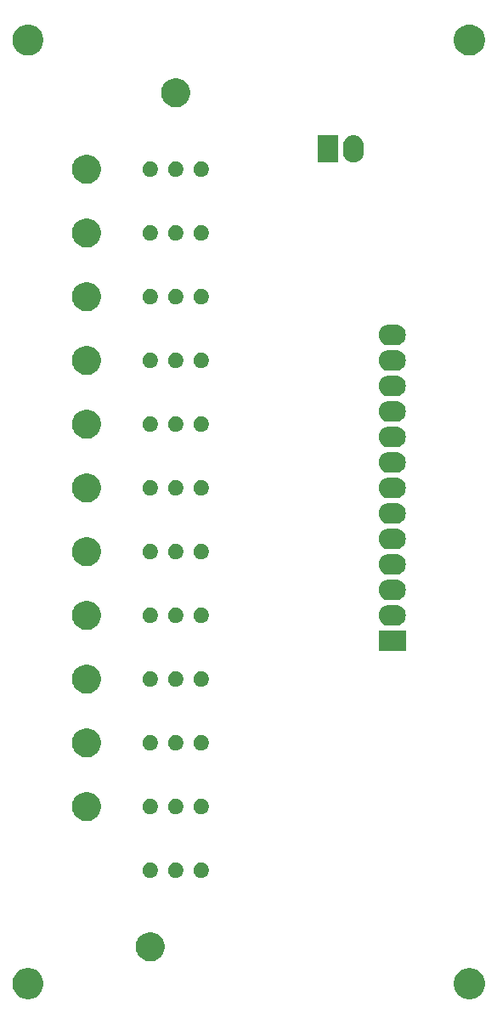
<source format=gbr>
%TF.GenerationSoftware,KiCad,Pcbnew,(5.0.0)*%
%TF.CreationDate,2019-02-02T21:25:33-06:00*%
%TF.ProjectId,BPSTester,4250535465737465722E6B696361645F,rev?*%
%TF.SameCoordinates,Original*%
%TF.FileFunction,Soldermask,Bot*%
%TF.FilePolarity,Negative*%
%FSLAX46Y46*%
G04 Gerber Fmt 4.6, Leading zero omitted, Abs format (unit mm)*
G04 Created by KiCad (PCBNEW (5.0.0)) date 02/02/19 21:25:33*
%MOMM*%
%LPD*%
G01*
G04 APERTURE LIST*
%ADD10C,0.100000*%
G04 APERTURE END LIST*
D10*
G36*
X147352527Y-145488736D02*
X147452410Y-145508604D01*
X147734674Y-145625521D01*
X147988705Y-145795259D01*
X148204741Y-146011295D01*
X148374479Y-146265326D01*
X148491396Y-146547590D01*
X148551000Y-146847240D01*
X148551000Y-147152760D01*
X148491396Y-147452410D01*
X148374479Y-147734674D01*
X148204741Y-147988705D01*
X147988705Y-148204741D01*
X147734674Y-148374479D01*
X147452410Y-148491396D01*
X147352527Y-148511264D01*
X147152762Y-148551000D01*
X146847238Y-148551000D01*
X146647473Y-148511264D01*
X146547590Y-148491396D01*
X146265326Y-148374479D01*
X146011295Y-148204741D01*
X145795259Y-147988705D01*
X145625521Y-147734674D01*
X145508604Y-147452410D01*
X145449000Y-147152760D01*
X145449000Y-146847240D01*
X145508604Y-146547590D01*
X145625521Y-146265326D01*
X145795259Y-146011295D01*
X146011295Y-145795259D01*
X146265326Y-145625521D01*
X146547590Y-145508604D01*
X146647473Y-145488736D01*
X146847238Y-145449000D01*
X147152762Y-145449000D01*
X147352527Y-145488736D01*
X147352527Y-145488736D01*
G37*
G36*
X103352527Y-145488736D02*
X103452410Y-145508604D01*
X103734674Y-145625521D01*
X103988705Y-145795259D01*
X104204741Y-146011295D01*
X104374479Y-146265326D01*
X104491396Y-146547590D01*
X104551000Y-146847240D01*
X104551000Y-147152760D01*
X104491396Y-147452410D01*
X104374479Y-147734674D01*
X104204741Y-147988705D01*
X103988705Y-148204741D01*
X103734674Y-148374479D01*
X103452410Y-148491396D01*
X103352527Y-148511264D01*
X103152762Y-148551000D01*
X102847238Y-148551000D01*
X102647473Y-148511264D01*
X102547590Y-148491396D01*
X102265326Y-148374479D01*
X102011295Y-148204741D01*
X101795259Y-147988705D01*
X101625521Y-147734674D01*
X101508604Y-147452410D01*
X101449000Y-147152760D01*
X101449000Y-146847240D01*
X101508604Y-146547590D01*
X101625521Y-146265326D01*
X101795259Y-146011295D01*
X102011295Y-145795259D01*
X102265326Y-145625521D01*
X102547590Y-145508604D01*
X102647473Y-145488736D01*
X102847238Y-145449000D01*
X103152762Y-145449000D01*
X103352527Y-145488736D01*
X103352527Y-145488736D01*
G37*
G36*
X115603238Y-141934760D02*
X115603240Y-141934761D01*
X115603241Y-141934761D01*
X115867306Y-142044140D01*
X115867307Y-142044141D01*
X116104962Y-142202937D01*
X116307063Y-142405038D01*
X116307065Y-142405041D01*
X116465860Y-142642694D01*
X116575239Y-142906759D01*
X116631000Y-143187089D01*
X116631000Y-143472911D01*
X116575239Y-143753241D01*
X116465860Y-144017306D01*
X116465859Y-144017307D01*
X116307063Y-144254962D01*
X116104962Y-144457063D01*
X116104959Y-144457065D01*
X115867306Y-144615860D01*
X115603241Y-144725239D01*
X115603240Y-144725239D01*
X115603238Y-144725240D01*
X115322912Y-144781000D01*
X115037088Y-144781000D01*
X114756762Y-144725240D01*
X114756760Y-144725239D01*
X114756759Y-144725239D01*
X114492694Y-144615860D01*
X114255041Y-144457065D01*
X114255038Y-144457063D01*
X114052937Y-144254962D01*
X113894141Y-144017307D01*
X113894140Y-144017306D01*
X113784761Y-143753241D01*
X113729000Y-143472911D01*
X113729000Y-143187089D01*
X113784761Y-142906759D01*
X113894140Y-142642694D01*
X114052935Y-142405041D01*
X114052937Y-142405038D01*
X114255038Y-142202937D01*
X114492693Y-142044141D01*
X114492694Y-142044140D01*
X114756759Y-141934761D01*
X114756760Y-141934761D01*
X114756762Y-141934760D01*
X115037088Y-141879000D01*
X115322912Y-141879000D01*
X115603238Y-141934760D01*
X115603238Y-141934760D01*
G37*
G36*
X117845589Y-134948876D02*
X117944893Y-134968629D01*
X118085206Y-135026748D01*
X118211484Y-135111125D01*
X118318875Y-135218516D01*
X118403252Y-135344794D01*
X118461371Y-135485107D01*
X118491000Y-135634063D01*
X118491000Y-135785937D01*
X118461371Y-135934893D01*
X118403252Y-136075206D01*
X118318875Y-136201484D01*
X118211484Y-136308875D01*
X118085206Y-136393252D01*
X117944893Y-136451371D01*
X117845589Y-136471124D01*
X117795938Y-136481000D01*
X117644062Y-136481000D01*
X117594411Y-136471124D01*
X117495107Y-136451371D01*
X117354794Y-136393252D01*
X117228516Y-136308875D01*
X117121125Y-136201484D01*
X117036748Y-136075206D01*
X116978629Y-135934893D01*
X116949000Y-135785937D01*
X116949000Y-135634063D01*
X116978629Y-135485107D01*
X117036748Y-135344794D01*
X117121125Y-135218516D01*
X117228516Y-135111125D01*
X117354794Y-135026748D01*
X117495107Y-134968629D01*
X117594411Y-134948876D01*
X117644062Y-134939000D01*
X117795938Y-134939000D01*
X117845589Y-134948876D01*
X117845589Y-134948876D01*
G37*
G36*
X120385589Y-134948876D02*
X120484893Y-134968629D01*
X120625206Y-135026748D01*
X120751484Y-135111125D01*
X120858875Y-135218516D01*
X120943252Y-135344794D01*
X121001371Y-135485107D01*
X121031000Y-135634063D01*
X121031000Y-135785937D01*
X121001371Y-135934893D01*
X120943252Y-136075206D01*
X120858875Y-136201484D01*
X120751484Y-136308875D01*
X120625206Y-136393252D01*
X120484893Y-136451371D01*
X120385589Y-136471124D01*
X120335938Y-136481000D01*
X120184062Y-136481000D01*
X120134411Y-136471124D01*
X120035107Y-136451371D01*
X119894794Y-136393252D01*
X119768516Y-136308875D01*
X119661125Y-136201484D01*
X119576748Y-136075206D01*
X119518629Y-135934893D01*
X119489000Y-135785937D01*
X119489000Y-135634063D01*
X119518629Y-135485107D01*
X119576748Y-135344794D01*
X119661125Y-135218516D01*
X119768516Y-135111125D01*
X119894794Y-135026748D01*
X120035107Y-134968629D01*
X120134411Y-134948876D01*
X120184062Y-134939000D01*
X120335938Y-134939000D01*
X120385589Y-134948876D01*
X120385589Y-134948876D01*
G37*
G36*
X115305589Y-134948876D02*
X115404893Y-134968629D01*
X115545206Y-135026748D01*
X115671484Y-135111125D01*
X115778875Y-135218516D01*
X115863252Y-135344794D01*
X115921371Y-135485107D01*
X115951000Y-135634063D01*
X115951000Y-135785937D01*
X115921371Y-135934893D01*
X115863252Y-136075206D01*
X115778875Y-136201484D01*
X115671484Y-136308875D01*
X115545206Y-136393252D01*
X115404893Y-136451371D01*
X115305589Y-136471124D01*
X115255938Y-136481000D01*
X115104062Y-136481000D01*
X115054411Y-136471124D01*
X114955107Y-136451371D01*
X114814794Y-136393252D01*
X114688516Y-136308875D01*
X114581125Y-136201484D01*
X114496748Y-136075206D01*
X114438629Y-135934893D01*
X114409000Y-135785937D01*
X114409000Y-135634063D01*
X114438629Y-135485107D01*
X114496748Y-135344794D01*
X114581125Y-135218516D01*
X114688516Y-135111125D01*
X114814794Y-135026748D01*
X114955107Y-134968629D01*
X115054411Y-134948876D01*
X115104062Y-134939000D01*
X115255938Y-134939000D01*
X115305589Y-134948876D01*
X115305589Y-134948876D01*
G37*
G36*
X109253238Y-127964760D02*
X109253240Y-127964761D01*
X109253241Y-127964761D01*
X109517306Y-128074140D01*
X109517307Y-128074141D01*
X109754962Y-128232937D01*
X109957063Y-128435038D01*
X109957065Y-128435041D01*
X110115860Y-128672694D01*
X110225239Y-128936759D01*
X110281000Y-129217089D01*
X110281000Y-129502911D01*
X110225239Y-129783241D01*
X110115860Y-130047306D01*
X110115859Y-130047307D01*
X109957063Y-130284962D01*
X109754962Y-130487063D01*
X109754959Y-130487065D01*
X109517306Y-130645860D01*
X109253241Y-130755239D01*
X109253240Y-130755239D01*
X109253238Y-130755240D01*
X108972912Y-130811000D01*
X108687088Y-130811000D01*
X108406762Y-130755240D01*
X108406760Y-130755239D01*
X108406759Y-130755239D01*
X108142694Y-130645860D01*
X107905041Y-130487065D01*
X107905038Y-130487063D01*
X107702937Y-130284962D01*
X107544141Y-130047307D01*
X107544140Y-130047306D01*
X107434761Y-129783241D01*
X107379000Y-129502911D01*
X107379000Y-129217089D01*
X107434761Y-128936759D01*
X107544140Y-128672694D01*
X107702935Y-128435041D01*
X107702937Y-128435038D01*
X107905038Y-128232937D01*
X108142693Y-128074141D01*
X108142694Y-128074140D01*
X108406759Y-127964761D01*
X108406760Y-127964761D01*
X108406762Y-127964760D01*
X108687088Y-127909000D01*
X108972912Y-127909000D01*
X109253238Y-127964760D01*
X109253238Y-127964760D01*
G37*
G36*
X115305589Y-128598876D02*
X115404893Y-128618629D01*
X115545206Y-128676748D01*
X115671484Y-128761125D01*
X115778875Y-128868516D01*
X115863252Y-128994794D01*
X115921371Y-129135107D01*
X115951000Y-129284063D01*
X115951000Y-129435937D01*
X115921371Y-129584893D01*
X115863252Y-129725206D01*
X115778875Y-129851484D01*
X115671484Y-129958875D01*
X115545206Y-130043252D01*
X115404893Y-130101371D01*
X115305589Y-130121124D01*
X115255938Y-130131000D01*
X115104062Y-130131000D01*
X115054411Y-130121124D01*
X114955107Y-130101371D01*
X114814794Y-130043252D01*
X114688516Y-129958875D01*
X114581125Y-129851484D01*
X114496748Y-129725206D01*
X114438629Y-129584893D01*
X114409000Y-129435937D01*
X114409000Y-129284063D01*
X114438629Y-129135107D01*
X114496748Y-128994794D01*
X114581125Y-128868516D01*
X114688516Y-128761125D01*
X114814794Y-128676748D01*
X114955107Y-128618629D01*
X115054411Y-128598876D01*
X115104062Y-128589000D01*
X115255938Y-128589000D01*
X115305589Y-128598876D01*
X115305589Y-128598876D01*
G37*
G36*
X117845589Y-128598876D02*
X117944893Y-128618629D01*
X118085206Y-128676748D01*
X118211484Y-128761125D01*
X118318875Y-128868516D01*
X118403252Y-128994794D01*
X118461371Y-129135107D01*
X118491000Y-129284063D01*
X118491000Y-129435937D01*
X118461371Y-129584893D01*
X118403252Y-129725206D01*
X118318875Y-129851484D01*
X118211484Y-129958875D01*
X118085206Y-130043252D01*
X117944893Y-130101371D01*
X117845589Y-130121124D01*
X117795938Y-130131000D01*
X117644062Y-130131000D01*
X117594411Y-130121124D01*
X117495107Y-130101371D01*
X117354794Y-130043252D01*
X117228516Y-129958875D01*
X117121125Y-129851484D01*
X117036748Y-129725206D01*
X116978629Y-129584893D01*
X116949000Y-129435937D01*
X116949000Y-129284063D01*
X116978629Y-129135107D01*
X117036748Y-128994794D01*
X117121125Y-128868516D01*
X117228516Y-128761125D01*
X117354794Y-128676748D01*
X117495107Y-128618629D01*
X117594411Y-128598876D01*
X117644062Y-128589000D01*
X117795938Y-128589000D01*
X117845589Y-128598876D01*
X117845589Y-128598876D01*
G37*
G36*
X120385589Y-128598876D02*
X120484893Y-128618629D01*
X120625206Y-128676748D01*
X120751484Y-128761125D01*
X120858875Y-128868516D01*
X120943252Y-128994794D01*
X121001371Y-129135107D01*
X121031000Y-129284063D01*
X121031000Y-129435937D01*
X121001371Y-129584893D01*
X120943252Y-129725206D01*
X120858875Y-129851484D01*
X120751484Y-129958875D01*
X120625206Y-130043252D01*
X120484893Y-130101371D01*
X120385589Y-130121124D01*
X120335938Y-130131000D01*
X120184062Y-130131000D01*
X120134411Y-130121124D01*
X120035107Y-130101371D01*
X119894794Y-130043252D01*
X119768516Y-129958875D01*
X119661125Y-129851484D01*
X119576748Y-129725206D01*
X119518629Y-129584893D01*
X119489000Y-129435937D01*
X119489000Y-129284063D01*
X119518629Y-129135107D01*
X119576748Y-128994794D01*
X119661125Y-128868516D01*
X119768516Y-128761125D01*
X119894794Y-128676748D01*
X120035107Y-128618629D01*
X120134411Y-128598876D01*
X120184062Y-128589000D01*
X120335938Y-128589000D01*
X120385589Y-128598876D01*
X120385589Y-128598876D01*
G37*
G36*
X109253238Y-121614760D02*
X109253240Y-121614761D01*
X109253241Y-121614761D01*
X109517306Y-121724140D01*
X109517307Y-121724141D01*
X109754962Y-121882937D01*
X109957063Y-122085038D01*
X109957065Y-122085041D01*
X110115860Y-122322694D01*
X110225239Y-122586759D01*
X110281000Y-122867089D01*
X110281000Y-123152911D01*
X110225239Y-123433241D01*
X110115860Y-123697306D01*
X110115859Y-123697307D01*
X109957063Y-123934962D01*
X109754962Y-124137063D01*
X109754959Y-124137065D01*
X109517306Y-124295860D01*
X109253241Y-124405239D01*
X109253240Y-124405239D01*
X109253238Y-124405240D01*
X108972912Y-124461000D01*
X108687088Y-124461000D01*
X108406762Y-124405240D01*
X108406760Y-124405239D01*
X108406759Y-124405239D01*
X108142694Y-124295860D01*
X107905041Y-124137065D01*
X107905038Y-124137063D01*
X107702937Y-123934962D01*
X107544141Y-123697307D01*
X107544140Y-123697306D01*
X107434761Y-123433241D01*
X107379000Y-123152911D01*
X107379000Y-122867089D01*
X107434761Y-122586759D01*
X107544140Y-122322694D01*
X107702935Y-122085041D01*
X107702937Y-122085038D01*
X107905038Y-121882937D01*
X108142693Y-121724141D01*
X108142694Y-121724140D01*
X108406759Y-121614761D01*
X108406760Y-121614761D01*
X108406762Y-121614760D01*
X108687088Y-121559000D01*
X108972912Y-121559000D01*
X109253238Y-121614760D01*
X109253238Y-121614760D01*
G37*
G36*
X120385589Y-122248876D02*
X120484893Y-122268629D01*
X120625206Y-122326748D01*
X120751484Y-122411125D01*
X120858875Y-122518516D01*
X120943252Y-122644794D01*
X121001371Y-122785107D01*
X121031000Y-122934063D01*
X121031000Y-123085937D01*
X121001371Y-123234893D01*
X120943252Y-123375206D01*
X120858875Y-123501484D01*
X120751484Y-123608875D01*
X120625206Y-123693252D01*
X120484893Y-123751371D01*
X120385589Y-123771124D01*
X120335938Y-123781000D01*
X120184062Y-123781000D01*
X120134411Y-123771124D01*
X120035107Y-123751371D01*
X119894794Y-123693252D01*
X119768516Y-123608875D01*
X119661125Y-123501484D01*
X119576748Y-123375206D01*
X119518629Y-123234893D01*
X119489000Y-123085937D01*
X119489000Y-122934063D01*
X119518629Y-122785107D01*
X119576748Y-122644794D01*
X119661125Y-122518516D01*
X119768516Y-122411125D01*
X119894794Y-122326748D01*
X120035107Y-122268629D01*
X120134411Y-122248876D01*
X120184062Y-122239000D01*
X120335938Y-122239000D01*
X120385589Y-122248876D01*
X120385589Y-122248876D01*
G37*
G36*
X117845589Y-122248876D02*
X117944893Y-122268629D01*
X118085206Y-122326748D01*
X118211484Y-122411125D01*
X118318875Y-122518516D01*
X118403252Y-122644794D01*
X118461371Y-122785107D01*
X118491000Y-122934063D01*
X118491000Y-123085937D01*
X118461371Y-123234893D01*
X118403252Y-123375206D01*
X118318875Y-123501484D01*
X118211484Y-123608875D01*
X118085206Y-123693252D01*
X117944893Y-123751371D01*
X117845589Y-123771124D01*
X117795938Y-123781000D01*
X117644062Y-123781000D01*
X117594411Y-123771124D01*
X117495107Y-123751371D01*
X117354794Y-123693252D01*
X117228516Y-123608875D01*
X117121125Y-123501484D01*
X117036748Y-123375206D01*
X116978629Y-123234893D01*
X116949000Y-123085937D01*
X116949000Y-122934063D01*
X116978629Y-122785107D01*
X117036748Y-122644794D01*
X117121125Y-122518516D01*
X117228516Y-122411125D01*
X117354794Y-122326748D01*
X117495107Y-122268629D01*
X117594411Y-122248876D01*
X117644062Y-122239000D01*
X117795938Y-122239000D01*
X117845589Y-122248876D01*
X117845589Y-122248876D01*
G37*
G36*
X115305589Y-122248876D02*
X115404893Y-122268629D01*
X115545206Y-122326748D01*
X115671484Y-122411125D01*
X115778875Y-122518516D01*
X115863252Y-122644794D01*
X115921371Y-122785107D01*
X115951000Y-122934063D01*
X115951000Y-123085937D01*
X115921371Y-123234893D01*
X115863252Y-123375206D01*
X115778875Y-123501484D01*
X115671484Y-123608875D01*
X115545206Y-123693252D01*
X115404893Y-123751371D01*
X115305589Y-123771124D01*
X115255938Y-123781000D01*
X115104062Y-123781000D01*
X115054411Y-123771124D01*
X114955107Y-123751371D01*
X114814794Y-123693252D01*
X114688516Y-123608875D01*
X114581125Y-123501484D01*
X114496748Y-123375206D01*
X114438629Y-123234893D01*
X114409000Y-123085937D01*
X114409000Y-122934063D01*
X114438629Y-122785107D01*
X114496748Y-122644794D01*
X114581125Y-122518516D01*
X114688516Y-122411125D01*
X114814794Y-122326748D01*
X114955107Y-122268629D01*
X115054411Y-122248876D01*
X115104062Y-122239000D01*
X115255938Y-122239000D01*
X115305589Y-122248876D01*
X115305589Y-122248876D01*
G37*
G36*
X109253238Y-115264760D02*
X109253240Y-115264761D01*
X109253241Y-115264761D01*
X109517306Y-115374140D01*
X109517307Y-115374141D01*
X109754962Y-115532937D01*
X109957063Y-115735038D01*
X109957065Y-115735041D01*
X110115860Y-115972694D01*
X110225239Y-116236759D01*
X110281000Y-116517089D01*
X110281000Y-116802911D01*
X110225239Y-117083241D01*
X110115860Y-117347306D01*
X110115859Y-117347307D01*
X109957063Y-117584962D01*
X109754962Y-117787063D01*
X109754959Y-117787065D01*
X109517306Y-117945860D01*
X109253241Y-118055239D01*
X109253240Y-118055239D01*
X109253238Y-118055240D01*
X108972912Y-118111000D01*
X108687088Y-118111000D01*
X108406762Y-118055240D01*
X108406760Y-118055239D01*
X108406759Y-118055239D01*
X108142694Y-117945860D01*
X107905041Y-117787065D01*
X107905038Y-117787063D01*
X107702937Y-117584962D01*
X107544141Y-117347307D01*
X107544140Y-117347306D01*
X107434761Y-117083241D01*
X107379000Y-116802911D01*
X107379000Y-116517089D01*
X107434761Y-116236759D01*
X107544140Y-115972694D01*
X107702935Y-115735041D01*
X107702937Y-115735038D01*
X107905038Y-115532937D01*
X108142693Y-115374141D01*
X108142694Y-115374140D01*
X108406759Y-115264761D01*
X108406760Y-115264761D01*
X108406762Y-115264760D01*
X108687088Y-115209000D01*
X108972912Y-115209000D01*
X109253238Y-115264760D01*
X109253238Y-115264760D01*
G37*
G36*
X115305589Y-115898876D02*
X115404893Y-115918629D01*
X115545206Y-115976748D01*
X115671484Y-116061125D01*
X115778875Y-116168516D01*
X115863252Y-116294794D01*
X115921371Y-116435107D01*
X115951000Y-116584063D01*
X115951000Y-116735937D01*
X115921371Y-116884893D01*
X115863252Y-117025206D01*
X115778875Y-117151484D01*
X115671484Y-117258875D01*
X115545206Y-117343252D01*
X115404893Y-117401371D01*
X115305589Y-117421124D01*
X115255938Y-117431000D01*
X115104062Y-117431000D01*
X115054411Y-117421124D01*
X114955107Y-117401371D01*
X114814794Y-117343252D01*
X114688516Y-117258875D01*
X114581125Y-117151484D01*
X114496748Y-117025206D01*
X114438629Y-116884893D01*
X114409000Y-116735937D01*
X114409000Y-116584063D01*
X114438629Y-116435107D01*
X114496748Y-116294794D01*
X114581125Y-116168516D01*
X114688516Y-116061125D01*
X114814794Y-115976748D01*
X114955107Y-115918629D01*
X115054411Y-115898876D01*
X115104062Y-115889000D01*
X115255938Y-115889000D01*
X115305589Y-115898876D01*
X115305589Y-115898876D01*
G37*
G36*
X117845589Y-115898876D02*
X117944893Y-115918629D01*
X118085206Y-115976748D01*
X118211484Y-116061125D01*
X118318875Y-116168516D01*
X118403252Y-116294794D01*
X118461371Y-116435107D01*
X118491000Y-116584063D01*
X118491000Y-116735937D01*
X118461371Y-116884893D01*
X118403252Y-117025206D01*
X118318875Y-117151484D01*
X118211484Y-117258875D01*
X118085206Y-117343252D01*
X117944893Y-117401371D01*
X117845589Y-117421124D01*
X117795938Y-117431000D01*
X117644062Y-117431000D01*
X117594411Y-117421124D01*
X117495107Y-117401371D01*
X117354794Y-117343252D01*
X117228516Y-117258875D01*
X117121125Y-117151484D01*
X117036748Y-117025206D01*
X116978629Y-116884893D01*
X116949000Y-116735937D01*
X116949000Y-116584063D01*
X116978629Y-116435107D01*
X117036748Y-116294794D01*
X117121125Y-116168516D01*
X117228516Y-116061125D01*
X117354794Y-115976748D01*
X117495107Y-115918629D01*
X117594411Y-115898876D01*
X117644062Y-115889000D01*
X117795938Y-115889000D01*
X117845589Y-115898876D01*
X117845589Y-115898876D01*
G37*
G36*
X120385589Y-115898876D02*
X120484893Y-115918629D01*
X120625206Y-115976748D01*
X120751484Y-116061125D01*
X120858875Y-116168516D01*
X120943252Y-116294794D01*
X121001371Y-116435107D01*
X121031000Y-116584063D01*
X121031000Y-116735937D01*
X121001371Y-116884893D01*
X120943252Y-117025206D01*
X120858875Y-117151484D01*
X120751484Y-117258875D01*
X120625206Y-117343252D01*
X120484893Y-117401371D01*
X120385589Y-117421124D01*
X120335938Y-117431000D01*
X120184062Y-117431000D01*
X120134411Y-117421124D01*
X120035107Y-117401371D01*
X119894794Y-117343252D01*
X119768516Y-117258875D01*
X119661125Y-117151484D01*
X119576748Y-117025206D01*
X119518629Y-116884893D01*
X119489000Y-116735937D01*
X119489000Y-116584063D01*
X119518629Y-116435107D01*
X119576748Y-116294794D01*
X119661125Y-116168516D01*
X119768516Y-116061125D01*
X119894794Y-115976748D01*
X120035107Y-115918629D01*
X120134411Y-115898876D01*
X120184062Y-115889000D01*
X120335938Y-115889000D01*
X120385589Y-115898876D01*
X120385589Y-115898876D01*
G37*
G36*
X140661000Y-113901000D02*
X137959000Y-113901000D01*
X137959000Y-111799000D01*
X140661000Y-111799000D01*
X140661000Y-113901000D01*
X140661000Y-113901000D01*
G37*
G36*
X109253238Y-108914760D02*
X109253240Y-108914761D01*
X109253241Y-108914761D01*
X109517306Y-109024140D01*
X109517307Y-109024141D01*
X109754962Y-109182937D01*
X109957063Y-109385038D01*
X109957065Y-109385041D01*
X110115860Y-109622694D01*
X110157519Y-109723269D01*
X110225240Y-109886762D01*
X110281000Y-110167088D01*
X110281000Y-110452912D01*
X110229038Y-110714146D01*
X110225239Y-110733241D01*
X110115860Y-110997306D01*
X110059937Y-111081000D01*
X109957063Y-111234962D01*
X109754962Y-111437063D01*
X109754959Y-111437065D01*
X109517306Y-111595860D01*
X109253241Y-111705239D01*
X109253240Y-111705239D01*
X109253238Y-111705240D01*
X108972912Y-111761000D01*
X108687088Y-111761000D01*
X108406762Y-111705240D01*
X108406760Y-111705239D01*
X108406759Y-111705239D01*
X108142694Y-111595860D01*
X107905041Y-111437065D01*
X107905038Y-111437063D01*
X107702937Y-111234962D01*
X107600063Y-111081000D01*
X107544140Y-110997306D01*
X107434761Y-110733241D01*
X107430963Y-110714146D01*
X107379000Y-110452912D01*
X107379000Y-110167088D01*
X107434760Y-109886762D01*
X107502481Y-109723269D01*
X107544140Y-109622694D01*
X107702935Y-109385041D01*
X107702937Y-109385038D01*
X107905038Y-109182937D01*
X108142693Y-109024141D01*
X108142694Y-109024140D01*
X108406759Y-108914761D01*
X108406760Y-108914761D01*
X108406762Y-108914760D01*
X108687088Y-108859000D01*
X108972912Y-108859000D01*
X109253238Y-108914760D01*
X109253238Y-108914760D01*
G37*
G36*
X139692510Y-109262041D02*
X139816032Y-109274207D01*
X140014146Y-109334305D01*
X140196729Y-109431897D01*
X140356765Y-109563235D01*
X140488103Y-109723271D01*
X140585695Y-109905854D01*
X140645793Y-110103968D01*
X140666085Y-110310000D01*
X140645793Y-110516032D01*
X140585695Y-110714146D01*
X140488103Y-110896729D01*
X140356765Y-111056765D01*
X140196729Y-111188103D01*
X140014146Y-111285695D01*
X139816032Y-111345793D01*
X139692510Y-111357959D01*
X139661631Y-111361000D01*
X138958369Y-111361000D01*
X138927490Y-111357959D01*
X138803968Y-111345793D01*
X138605854Y-111285695D01*
X138423271Y-111188103D01*
X138263235Y-111056765D01*
X138131897Y-110896729D01*
X138034305Y-110714146D01*
X137974207Y-110516032D01*
X137953915Y-110310000D01*
X137974207Y-110103968D01*
X138034305Y-109905854D01*
X138131897Y-109723271D01*
X138263235Y-109563235D01*
X138423271Y-109431897D01*
X138605854Y-109334305D01*
X138803968Y-109274207D01*
X138927490Y-109262041D01*
X138958369Y-109259000D01*
X139661631Y-109259000D01*
X139692510Y-109262041D01*
X139692510Y-109262041D01*
G37*
G36*
X115305589Y-109548876D02*
X115404893Y-109568629D01*
X115545206Y-109626748D01*
X115671484Y-109711125D01*
X115778875Y-109818516D01*
X115863252Y-109944794D01*
X115921371Y-110085107D01*
X115951000Y-110234063D01*
X115951000Y-110385937D01*
X115921371Y-110534893D01*
X115863252Y-110675206D01*
X115778875Y-110801484D01*
X115671484Y-110908875D01*
X115545206Y-110993252D01*
X115404893Y-111051371D01*
X115305589Y-111071124D01*
X115255938Y-111081000D01*
X115104062Y-111081000D01*
X115054411Y-111071124D01*
X114955107Y-111051371D01*
X114814794Y-110993252D01*
X114688516Y-110908875D01*
X114581125Y-110801484D01*
X114496748Y-110675206D01*
X114438629Y-110534893D01*
X114409000Y-110385937D01*
X114409000Y-110234063D01*
X114438629Y-110085107D01*
X114496748Y-109944794D01*
X114581125Y-109818516D01*
X114688516Y-109711125D01*
X114814794Y-109626748D01*
X114955107Y-109568629D01*
X115054411Y-109548876D01*
X115104062Y-109539000D01*
X115255938Y-109539000D01*
X115305589Y-109548876D01*
X115305589Y-109548876D01*
G37*
G36*
X117845589Y-109548876D02*
X117944893Y-109568629D01*
X118085206Y-109626748D01*
X118211484Y-109711125D01*
X118318875Y-109818516D01*
X118403252Y-109944794D01*
X118461371Y-110085107D01*
X118491000Y-110234063D01*
X118491000Y-110385937D01*
X118461371Y-110534893D01*
X118403252Y-110675206D01*
X118318875Y-110801484D01*
X118211484Y-110908875D01*
X118085206Y-110993252D01*
X117944893Y-111051371D01*
X117845589Y-111071124D01*
X117795938Y-111081000D01*
X117644062Y-111081000D01*
X117594411Y-111071124D01*
X117495107Y-111051371D01*
X117354794Y-110993252D01*
X117228516Y-110908875D01*
X117121125Y-110801484D01*
X117036748Y-110675206D01*
X116978629Y-110534893D01*
X116949000Y-110385937D01*
X116949000Y-110234063D01*
X116978629Y-110085107D01*
X117036748Y-109944794D01*
X117121125Y-109818516D01*
X117228516Y-109711125D01*
X117354794Y-109626748D01*
X117495107Y-109568629D01*
X117594411Y-109548876D01*
X117644062Y-109539000D01*
X117795938Y-109539000D01*
X117845589Y-109548876D01*
X117845589Y-109548876D01*
G37*
G36*
X120385589Y-109548876D02*
X120484893Y-109568629D01*
X120625206Y-109626748D01*
X120751484Y-109711125D01*
X120858875Y-109818516D01*
X120943252Y-109944794D01*
X121001371Y-110085107D01*
X121031000Y-110234063D01*
X121031000Y-110385937D01*
X121001371Y-110534893D01*
X120943252Y-110675206D01*
X120858875Y-110801484D01*
X120751484Y-110908875D01*
X120625206Y-110993252D01*
X120484893Y-111051371D01*
X120385589Y-111071124D01*
X120335938Y-111081000D01*
X120184062Y-111081000D01*
X120134411Y-111071124D01*
X120035107Y-111051371D01*
X119894794Y-110993252D01*
X119768516Y-110908875D01*
X119661125Y-110801484D01*
X119576748Y-110675206D01*
X119518629Y-110534893D01*
X119489000Y-110385937D01*
X119489000Y-110234063D01*
X119518629Y-110085107D01*
X119576748Y-109944794D01*
X119661125Y-109818516D01*
X119768516Y-109711125D01*
X119894794Y-109626748D01*
X120035107Y-109568629D01*
X120134411Y-109548876D01*
X120184062Y-109539000D01*
X120335938Y-109539000D01*
X120385589Y-109548876D01*
X120385589Y-109548876D01*
G37*
G36*
X139692510Y-106722041D02*
X139816032Y-106734207D01*
X140014146Y-106794305D01*
X140196729Y-106891897D01*
X140356765Y-107023235D01*
X140488103Y-107183271D01*
X140585695Y-107365854D01*
X140645793Y-107563968D01*
X140666085Y-107770000D01*
X140645793Y-107976032D01*
X140585695Y-108174146D01*
X140488103Y-108356729D01*
X140356765Y-108516765D01*
X140196729Y-108648103D01*
X140014146Y-108745695D01*
X139816032Y-108805793D01*
X139692510Y-108817959D01*
X139661631Y-108821000D01*
X138958369Y-108821000D01*
X138927490Y-108817959D01*
X138803968Y-108805793D01*
X138605854Y-108745695D01*
X138423271Y-108648103D01*
X138263235Y-108516765D01*
X138131897Y-108356729D01*
X138034305Y-108174146D01*
X137974207Y-107976032D01*
X137953915Y-107770000D01*
X137974207Y-107563968D01*
X138034305Y-107365854D01*
X138131897Y-107183271D01*
X138263235Y-107023235D01*
X138423271Y-106891897D01*
X138605854Y-106794305D01*
X138803968Y-106734207D01*
X138927490Y-106722041D01*
X138958369Y-106719000D01*
X139661631Y-106719000D01*
X139692510Y-106722041D01*
X139692510Y-106722041D01*
G37*
G36*
X139692510Y-104182041D02*
X139816032Y-104194207D01*
X140014146Y-104254305D01*
X140196729Y-104351897D01*
X140356765Y-104483235D01*
X140488103Y-104643271D01*
X140585695Y-104825854D01*
X140645793Y-105023968D01*
X140666085Y-105230000D01*
X140645793Y-105436032D01*
X140585695Y-105634146D01*
X140488103Y-105816729D01*
X140356765Y-105976765D01*
X140196729Y-106108103D01*
X140014146Y-106205695D01*
X139816032Y-106265793D01*
X139692510Y-106277959D01*
X139661631Y-106281000D01*
X138958369Y-106281000D01*
X138927490Y-106277959D01*
X138803968Y-106265793D01*
X138605854Y-106205695D01*
X138423271Y-106108103D01*
X138263235Y-105976765D01*
X138131897Y-105816729D01*
X138034305Y-105634146D01*
X137974207Y-105436032D01*
X137953915Y-105230000D01*
X137974207Y-105023968D01*
X138034305Y-104825854D01*
X138131897Y-104643271D01*
X138263235Y-104483235D01*
X138423271Y-104351897D01*
X138605854Y-104254305D01*
X138803968Y-104194207D01*
X138927490Y-104182041D01*
X138958369Y-104179000D01*
X139661631Y-104179000D01*
X139692510Y-104182041D01*
X139692510Y-104182041D01*
G37*
G36*
X109253238Y-102564760D02*
X109253240Y-102564761D01*
X109253241Y-102564761D01*
X109517306Y-102674140D01*
X109517307Y-102674141D01*
X109754962Y-102832937D01*
X109957063Y-103035038D01*
X109957065Y-103035041D01*
X110115860Y-103272694D01*
X110183820Y-103436765D01*
X110225240Y-103536762D01*
X110281000Y-103817088D01*
X110281000Y-104102912D01*
X110231474Y-104351899D01*
X110225239Y-104383241D01*
X110115860Y-104647306D01*
X110115859Y-104647307D01*
X109957063Y-104884962D01*
X109754962Y-105087063D01*
X109754959Y-105087065D01*
X109517306Y-105245860D01*
X109253241Y-105355239D01*
X109253240Y-105355239D01*
X109253238Y-105355240D01*
X108972912Y-105411000D01*
X108687088Y-105411000D01*
X108406762Y-105355240D01*
X108406760Y-105355239D01*
X108406759Y-105355239D01*
X108142694Y-105245860D01*
X107905041Y-105087065D01*
X107905038Y-105087063D01*
X107702937Y-104884962D01*
X107544141Y-104647307D01*
X107544140Y-104647306D01*
X107434761Y-104383241D01*
X107428527Y-104351899D01*
X107379000Y-104102912D01*
X107379000Y-103817088D01*
X107434760Y-103536762D01*
X107476180Y-103436765D01*
X107544140Y-103272694D01*
X107702935Y-103035041D01*
X107702937Y-103035038D01*
X107905038Y-102832937D01*
X108142693Y-102674141D01*
X108142694Y-102674140D01*
X108406759Y-102564761D01*
X108406760Y-102564761D01*
X108406762Y-102564760D01*
X108687088Y-102509000D01*
X108972912Y-102509000D01*
X109253238Y-102564760D01*
X109253238Y-102564760D01*
G37*
G36*
X115305589Y-103198876D02*
X115404893Y-103218629D01*
X115545206Y-103276748D01*
X115671484Y-103361125D01*
X115778875Y-103468516D01*
X115863252Y-103594794D01*
X115921371Y-103735107D01*
X115951000Y-103884063D01*
X115951000Y-104035937D01*
X115921371Y-104184893D01*
X115863252Y-104325206D01*
X115778875Y-104451484D01*
X115671484Y-104558875D01*
X115545206Y-104643252D01*
X115404893Y-104701371D01*
X115305589Y-104721124D01*
X115255938Y-104731000D01*
X115104062Y-104731000D01*
X115054411Y-104721124D01*
X114955107Y-104701371D01*
X114814794Y-104643252D01*
X114688516Y-104558875D01*
X114581125Y-104451484D01*
X114496748Y-104325206D01*
X114438629Y-104184893D01*
X114409000Y-104035937D01*
X114409000Y-103884063D01*
X114438629Y-103735107D01*
X114496748Y-103594794D01*
X114581125Y-103468516D01*
X114688516Y-103361125D01*
X114814794Y-103276748D01*
X114955107Y-103218629D01*
X115054411Y-103198876D01*
X115104062Y-103189000D01*
X115255938Y-103189000D01*
X115305589Y-103198876D01*
X115305589Y-103198876D01*
G37*
G36*
X117845589Y-103198876D02*
X117944893Y-103218629D01*
X118085206Y-103276748D01*
X118211484Y-103361125D01*
X118318875Y-103468516D01*
X118403252Y-103594794D01*
X118461371Y-103735107D01*
X118491000Y-103884063D01*
X118491000Y-104035937D01*
X118461371Y-104184893D01*
X118403252Y-104325206D01*
X118318875Y-104451484D01*
X118211484Y-104558875D01*
X118085206Y-104643252D01*
X117944893Y-104701371D01*
X117845589Y-104721124D01*
X117795938Y-104731000D01*
X117644062Y-104731000D01*
X117594411Y-104721124D01*
X117495107Y-104701371D01*
X117354794Y-104643252D01*
X117228516Y-104558875D01*
X117121125Y-104451484D01*
X117036748Y-104325206D01*
X116978629Y-104184893D01*
X116949000Y-104035937D01*
X116949000Y-103884063D01*
X116978629Y-103735107D01*
X117036748Y-103594794D01*
X117121125Y-103468516D01*
X117228516Y-103361125D01*
X117354794Y-103276748D01*
X117495107Y-103218629D01*
X117594411Y-103198876D01*
X117644062Y-103189000D01*
X117795938Y-103189000D01*
X117845589Y-103198876D01*
X117845589Y-103198876D01*
G37*
G36*
X120385589Y-103198876D02*
X120484893Y-103218629D01*
X120625206Y-103276748D01*
X120751484Y-103361125D01*
X120858875Y-103468516D01*
X120943252Y-103594794D01*
X121001371Y-103735107D01*
X121031000Y-103884063D01*
X121031000Y-104035937D01*
X121001371Y-104184893D01*
X120943252Y-104325206D01*
X120858875Y-104451484D01*
X120751484Y-104558875D01*
X120625206Y-104643252D01*
X120484893Y-104701371D01*
X120385589Y-104721124D01*
X120335938Y-104731000D01*
X120184062Y-104731000D01*
X120134411Y-104721124D01*
X120035107Y-104701371D01*
X119894794Y-104643252D01*
X119768516Y-104558875D01*
X119661125Y-104451484D01*
X119576748Y-104325206D01*
X119518629Y-104184893D01*
X119489000Y-104035937D01*
X119489000Y-103884063D01*
X119518629Y-103735107D01*
X119576748Y-103594794D01*
X119661125Y-103468516D01*
X119768516Y-103361125D01*
X119894794Y-103276748D01*
X120035107Y-103218629D01*
X120134411Y-103198876D01*
X120184062Y-103189000D01*
X120335938Y-103189000D01*
X120385589Y-103198876D01*
X120385589Y-103198876D01*
G37*
G36*
X139692510Y-101642041D02*
X139816032Y-101654207D01*
X140014146Y-101714305D01*
X140196729Y-101811897D01*
X140356765Y-101943235D01*
X140488103Y-102103271D01*
X140585695Y-102285854D01*
X140645793Y-102483968D01*
X140666085Y-102690000D01*
X140645793Y-102896032D01*
X140585695Y-103094146D01*
X140488103Y-103276729D01*
X140356765Y-103436765D01*
X140196729Y-103568103D01*
X140014146Y-103665695D01*
X139816032Y-103725793D01*
X139692510Y-103737959D01*
X139661631Y-103741000D01*
X138958369Y-103741000D01*
X138927490Y-103737959D01*
X138803968Y-103725793D01*
X138605854Y-103665695D01*
X138423271Y-103568103D01*
X138263235Y-103436765D01*
X138131897Y-103276729D01*
X138034305Y-103094146D01*
X137974207Y-102896032D01*
X137953915Y-102690000D01*
X137974207Y-102483968D01*
X138034305Y-102285854D01*
X138131897Y-102103271D01*
X138263235Y-101943235D01*
X138423271Y-101811897D01*
X138605854Y-101714305D01*
X138803968Y-101654207D01*
X138927490Y-101642041D01*
X138958369Y-101639000D01*
X139661631Y-101639000D01*
X139692510Y-101642041D01*
X139692510Y-101642041D01*
G37*
G36*
X139692510Y-99102041D02*
X139816032Y-99114207D01*
X140014146Y-99174305D01*
X140196729Y-99271897D01*
X140356765Y-99403235D01*
X140488103Y-99563271D01*
X140585695Y-99745854D01*
X140645793Y-99943968D01*
X140666085Y-100150000D01*
X140645793Y-100356032D01*
X140585695Y-100554146D01*
X140488103Y-100736729D01*
X140356765Y-100896765D01*
X140196729Y-101028103D01*
X140014146Y-101125695D01*
X139816032Y-101185793D01*
X139692510Y-101197959D01*
X139661631Y-101201000D01*
X138958369Y-101201000D01*
X138927490Y-101197959D01*
X138803968Y-101185793D01*
X138605854Y-101125695D01*
X138423271Y-101028103D01*
X138263235Y-100896765D01*
X138131897Y-100736729D01*
X138034305Y-100554146D01*
X137974207Y-100356032D01*
X137953915Y-100150000D01*
X137974207Y-99943968D01*
X138034305Y-99745854D01*
X138131897Y-99563271D01*
X138263235Y-99403235D01*
X138423271Y-99271897D01*
X138605854Y-99174305D01*
X138803968Y-99114207D01*
X138927490Y-99102041D01*
X138958369Y-99099000D01*
X139661631Y-99099000D01*
X139692510Y-99102041D01*
X139692510Y-99102041D01*
G37*
G36*
X109253238Y-96214760D02*
X109253240Y-96214761D01*
X109253241Y-96214761D01*
X109517306Y-96324140D01*
X109517307Y-96324141D01*
X109754962Y-96482937D01*
X109957063Y-96685038D01*
X109957065Y-96685041D01*
X110115860Y-96922694D01*
X110157519Y-97023269D01*
X110225240Y-97186762D01*
X110281000Y-97467088D01*
X110281000Y-97752912D01*
X110229038Y-98014146D01*
X110225239Y-98033241D01*
X110115860Y-98297306D01*
X110059937Y-98381000D01*
X109957063Y-98534962D01*
X109754962Y-98737063D01*
X109754959Y-98737065D01*
X109517306Y-98895860D01*
X109253241Y-99005239D01*
X109253240Y-99005239D01*
X109253238Y-99005240D01*
X108972912Y-99061000D01*
X108687088Y-99061000D01*
X108406762Y-99005240D01*
X108406760Y-99005239D01*
X108406759Y-99005239D01*
X108142694Y-98895860D01*
X107905041Y-98737065D01*
X107905038Y-98737063D01*
X107702937Y-98534962D01*
X107600063Y-98381000D01*
X107544140Y-98297306D01*
X107434761Y-98033241D01*
X107430963Y-98014146D01*
X107379000Y-97752912D01*
X107379000Y-97467088D01*
X107434760Y-97186762D01*
X107502481Y-97023269D01*
X107544140Y-96922694D01*
X107702935Y-96685041D01*
X107702937Y-96685038D01*
X107905038Y-96482937D01*
X108142693Y-96324141D01*
X108142694Y-96324140D01*
X108406759Y-96214761D01*
X108406760Y-96214761D01*
X108406762Y-96214760D01*
X108687088Y-96159000D01*
X108972912Y-96159000D01*
X109253238Y-96214760D01*
X109253238Y-96214760D01*
G37*
G36*
X139692510Y-96562041D02*
X139816032Y-96574207D01*
X140014146Y-96634305D01*
X140196729Y-96731897D01*
X140356765Y-96863235D01*
X140488103Y-97023271D01*
X140585695Y-97205854D01*
X140645793Y-97403968D01*
X140666085Y-97610000D01*
X140645793Y-97816032D01*
X140585695Y-98014146D01*
X140488103Y-98196729D01*
X140356765Y-98356765D01*
X140196729Y-98488103D01*
X140014146Y-98585695D01*
X139816032Y-98645793D01*
X139692510Y-98657959D01*
X139661631Y-98661000D01*
X138958369Y-98661000D01*
X138927490Y-98657959D01*
X138803968Y-98645793D01*
X138605854Y-98585695D01*
X138423271Y-98488103D01*
X138263235Y-98356765D01*
X138131897Y-98196729D01*
X138034305Y-98014146D01*
X137974207Y-97816032D01*
X137953915Y-97610000D01*
X137974207Y-97403968D01*
X138034305Y-97205854D01*
X138131897Y-97023271D01*
X138263235Y-96863235D01*
X138423271Y-96731897D01*
X138605854Y-96634305D01*
X138803968Y-96574207D01*
X138927490Y-96562041D01*
X138958369Y-96559000D01*
X139661631Y-96559000D01*
X139692510Y-96562041D01*
X139692510Y-96562041D01*
G37*
G36*
X115305589Y-96848876D02*
X115404893Y-96868629D01*
X115545206Y-96926748D01*
X115671484Y-97011125D01*
X115778875Y-97118516D01*
X115863252Y-97244794D01*
X115921371Y-97385107D01*
X115951000Y-97534063D01*
X115951000Y-97685937D01*
X115921371Y-97834893D01*
X115863252Y-97975206D01*
X115778875Y-98101484D01*
X115671484Y-98208875D01*
X115545206Y-98293252D01*
X115404893Y-98351371D01*
X115305589Y-98371124D01*
X115255938Y-98381000D01*
X115104062Y-98381000D01*
X115054411Y-98371124D01*
X114955107Y-98351371D01*
X114814794Y-98293252D01*
X114688516Y-98208875D01*
X114581125Y-98101484D01*
X114496748Y-97975206D01*
X114438629Y-97834893D01*
X114409000Y-97685937D01*
X114409000Y-97534063D01*
X114438629Y-97385107D01*
X114496748Y-97244794D01*
X114581125Y-97118516D01*
X114688516Y-97011125D01*
X114814794Y-96926748D01*
X114955107Y-96868629D01*
X115054411Y-96848876D01*
X115104062Y-96839000D01*
X115255938Y-96839000D01*
X115305589Y-96848876D01*
X115305589Y-96848876D01*
G37*
G36*
X120385589Y-96848876D02*
X120484893Y-96868629D01*
X120625206Y-96926748D01*
X120751484Y-97011125D01*
X120858875Y-97118516D01*
X120943252Y-97244794D01*
X121001371Y-97385107D01*
X121031000Y-97534063D01*
X121031000Y-97685937D01*
X121001371Y-97834893D01*
X120943252Y-97975206D01*
X120858875Y-98101484D01*
X120751484Y-98208875D01*
X120625206Y-98293252D01*
X120484893Y-98351371D01*
X120385589Y-98371124D01*
X120335938Y-98381000D01*
X120184062Y-98381000D01*
X120134411Y-98371124D01*
X120035107Y-98351371D01*
X119894794Y-98293252D01*
X119768516Y-98208875D01*
X119661125Y-98101484D01*
X119576748Y-97975206D01*
X119518629Y-97834893D01*
X119489000Y-97685937D01*
X119489000Y-97534063D01*
X119518629Y-97385107D01*
X119576748Y-97244794D01*
X119661125Y-97118516D01*
X119768516Y-97011125D01*
X119894794Y-96926748D01*
X120035107Y-96868629D01*
X120134411Y-96848876D01*
X120184062Y-96839000D01*
X120335938Y-96839000D01*
X120385589Y-96848876D01*
X120385589Y-96848876D01*
G37*
G36*
X117845589Y-96848876D02*
X117944893Y-96868629D01*
X118085206Y-96926748D01*
X118211484Y-97011125D01*
X118318875Y-97118516D01*
X118403252Y-97244794D01*
X118461371Y-97385107D01*
X118491000Y-97534063D01*
X118491000Y-97685937D01*
X118461371Y-97834893D01*
X118403252Y-97975206D01*
X118318875Y-98101484D01*
X118211484Y-98208875D01*
X118085206Y-98293252D01*
X117944893Y-98351371D01*
X117845589Y-98371124D01*
X117795938Y-98381000D01*
X117644062Y-98381000D01*
X117594411Y-98371124D01*
X117495107Y-98351371D01*
X117354794Y-98293252D01*
X117228516Y-98208875D01*
X117121125Y-98101484D01*
X117036748Y-97975206D01*
X116978629Y-97834893D01*
X116949000Y-97685937D01*
X116949000Y-97534063D01*
X116978629Y-97385107D01*
X117036748Y-97244794D01*
X117121125Y-97118516D01*
X117228516Y-97011125D01*
X117354794Y-96926748D01*
X117495107Y-96868629D01*
X117594411Y-96848876D01*
X117644062Y-96839000D01*
X117795938Y-96839000D01*
X117845589Y-96848876D01*
X117845589Y-96848876D01*
G37*
G36*
X139692510Y-94022041D02*
X139816032Y-94034207D01*
X140014146Y-94094305D01*
X140196729Y-94191897D01*
X140356765Y-94323235D01*
X140488103Y-94483271D01*
X140585695Y-94665854D01*
X140645793Y-94863968D01*
X140666085Y-95070000D01*
X140645793Y-95276032D01*
X140585695Y-95474146D01*
X140488103Y-95656729D01*
X140356765Y-95816765D01*
X140196729Y-95948103D01*
X140014146Y-96045695D01*
X139816032Y-96105793D01*
X139692510Y-96117959D01*
X139661631Y-96121000D01*
X138958369Y-96121000D01*
X138927490Y-96117959D01*
X138803968Y-96105793D01*
X138605854Y-96045695D01*
X138423271Y-95948103D01*
X138263235Y-95816765D01*
X138131897Y-95656729D01*
X138034305Y-95474146D01*
X137974207Y-95276032D01*
X137953915Y-95070000D01*
X137974207Y-94863968D01*
X138034305Y-94665854D01*
X138131897Y-94483271D01*
X138263235Y-94323235D01*
X138423271Y-94191897D01*
X138605854Y-94094305D01*
X138803968Y-94034207D01*
X138927490Y-94022041D01*
X138958369Y-94019000D01*
X139661631Y-94019000D01*
X139692510Y-94022041D01*
X139692510Y-94022041D01*
G37*
G36*
X139692510Y-91482041D02*
X139816032Y-91494207D01*
X140014146Y-91554305D01*
X140196729Y-91651897D01*
X140356765Y-91783235D01*
X140488103Y-91943271D01*
X140585695Y-92125854D01*
X140645793Y-92323968D01*
X140666085Y-92530000D01*
X140645793Y-92736032D01*
X140585695Y-92934146D01*
X140488103Y-93116729D01*
X140356765Y-93276765D01*
X140196729Y-93408103D01*
X140014146Y-93505695D01*
X139816032Y-93565793D01*
X139692510Y-93577959D01*
X139661631Y-93581000D01*
X138958369Y-93581000D01*
X138927490Y-93577959D01*
X138803968Y-93565793D01*
X138605854Y-93505695D01*
X138423271Y-93408103D01*
X138263235Y-93276765D01*
X138131897Y-93116729D01*
X138034305Y-92934146D01*
X137974207Y-92736032D01*
X137953915Y-92530000D01*
X137974207Y-92323968D01*
X138034305Y-92125854D01*
X138131897Y-91943271D01*
X138263235Y-91783235D01*
X138423271Y-91651897D01*
X138605854Y-91554305D01*
X138803968Y-91494207D01*
X138927490Y-91482041D01*
X138958369Y-91479000D01*
X139661631Y-91479000D01*
X139692510Y-91482041D01*
X139692510Y-91482041D01*
G37*
G36*
X109253238Y-89864760D02*
X109253240Y-89864761D01*
X109253241Y-89864761D01*
X109517306Y-89974140D01*
X109517307Y-89974141D01*
X109754962Y-90132937D01*
X109957063Y-90335038D01*
X109957065Y-90335041D01*
X110115860Y-90572694D01*
X110183820Y-90736765D01*
X110225240Y-90836762D01*
X110281000Y-91117088D01*
X110281000Y-91402912D01*
X110231474Y-91651899D01*
X110225239Y-91683241D01*
X110115860Y-91947306D01*
X110115859Y-91947307D01*
X109957063Y-92184962D01*
X109754962Y-92387063D01*
X109754959Y-92387065D01*
X109517306Y-92545860D01*
X109253241Y-92655239D01*
X109253240Y-92655239D01*
X109253238Y-92655240D01*
X108972912Y-92711000D01*
X108687088Y-92711000D01*
X108406762Y-92655240D01*
X108406760Y-92655239D01*
X108406759Y-92655239D01*
X108142694Y-92545860D01*
X107905041Y-92387065D01*
X107905038Y-92387063D01*
X107702937Y-92184962D01*
X107544141Y-91947307D01*
X107544140Y-91947306D01*
X107434761Y-91683241D01*
X107428527Y-91651899D01*
X107379000Y-91402912D01*
X107379000Y-91117088D01*
X107434760Y-90836762D01*
X107476180Y-90736765D01*
X107544140Y-90572694D01*
X107702935Y-90335041D01*
X107702937Y-90335038D01*
X107905038Y-90132937D01*
X108142693Y-89974141D01*
X108142694Y-89974140D01*
X108406759Y-89864761D01*
X108406760Y-89864761D01*
X108406762Y-89864760D01*
X108687088Y-89809000D01*
X108972912Y-89809000D01*
X109253238Y-89864760D01*
X109253238Y-89864760D01*
G37*
G36*
X115305589Y-90498876D02*
X115404893Y-90518629D01*
X115545206Y-90576748D01*
X115671484Y-90661125D01*
X115778875Y-90768516D01*
X115863252Y-90894794D01*
X115921371Y-91035107D01*
X115951000Y-91184063D01*
X115951000Y-91335937D01*
X115921371Y-91484893D01*
X115863252Y-91625206D01*
X115778875Y-91751484D01*
X115671484Y-91858875D01*
X115545206Y-91943252D01*
X115404893Y-92001371D01*
X115305589Y-92021124D01*
X115255938Y-92031000D01*
X115104062Y-92031000D01*
X115054411Y-92021124D01*
X114955107Y-92001371D01*
X114814794Y-91943252D01*
X114688516Y-91858875D01*
X114581125Y-91751484D01*
X114496748Y-91625206D01*
X114438629Y-91484893D01*
X114409000Y-91335937D01*
X114409000Y-91184063D01*
X114438629Y-91035107D01*
X114496748Y-90894794D01*
X114581125Y-90768516D01*
X114688516Y-90661125D01*
X114814794Y-90576748D01*
X114955107Y-90518629D01*
X115054411Y-90498876D01*
X115104062Y-90489000D01*
X115255938Y-90489000D01*
X115305589Y-90498876D01*
X115305589Y-90498876D01*
G37*
G36*
X120385589Y-90498876D02*
X120484893Y-90518629D01*
X120625206Y-90576748D01*
X120751484Y-90661125D01*
X120858875Y-90768516D01*
X120943252Y-90894794D01*
X121001371Y-91035107D01*
X121031000Y-91184063D01*
X121031000Y-91335937D01*
X121001371Y-91484893D01*
X120943252Y-91625206D01*
X120858875Y-91751484D01*
X120751484Y-91858875D01*
X120625206Y-91943252D01*
X120484893Y-92001371D01*
X120385589Y-92021124D01*
X120335938Y-92031000D01*
X120184062Y-92031000D01*
X120134411Y-92021124D01*
X120035107Y-92001371D01*
X119894794Y-91943252D01*
X119768516Y-91858875D01*
X119661125Y-91751484D01*
X119576748Y-91625206D01*
X119518629Y-91484893D01*
X119489000Y-91335937D01*
X119489000Y-91184063D01*
X119518629Y-91035107D01*
X119576748Y-90894794D01*
X119661125Y-90768516D01*
X119768516Y-90661125D01*
X119894794Y-90576748D01*
X120035107Y-90518629D01*
X120134411Y-90498876D01*
X120184062Y-90489000D01*
X120335938Y-90489000D01*
X120385589Y-90498876D01*
X120385589Y-90498876D01*
G37*
G36*
X117845589Y-90498876D02*
X117944893Y-90518629D01*
X118085206Y-90576748D01*
X118211484Y-90661125D01*
X118318875Y-90768516D01*
X118403252Y-90894794D01*
X118461371Y-91035107D01*
X118491000Y-91184063D01*
X118491000Y-91335937D01*
X118461371Y-91484893D01*
X118403252Y-91625206D01*
X118318875Y-91751484D01*
X118211484Y-91858875D01*
X118085206Y-91943252D01*
X117944893Y-92001371D01*
X117845589Y-92021124D01*
X117795938Y-92031000D01*
X117644062Y-92031000D01*
X117594411Y-92021124D01*
X117495107Y-92001371D01*
X117354794Y-91943252D01*
X117228516Y-91858875D01*
X117121125Y-91751484D01*
X117036748Y-91625206D01*
X116978629Y-91484893D01*
X116949000Y-91335937D01*
X116949000Y-91184063D01*
X116978629Y-91035107D01*
X117036748Y-90894794D01*
X117121125Y-90768516D01*
X117228516Y-90661125D01*
X117354794Y-90576748D01*
X117495107Y-90518629D01*
X117594411Y-90498876D01*
X117644062Y-90489000D01*
X117795938Y-90489000D01*
X117845589Y-90498876D01*
X117845589Y-90498876D01*
G37*
G36*
X139692510Y-88942041D02*
X139816032Y-88954207D01*
X140014146Y-89014305D01*
X140196729Y-89111897D01*
X140356765Y-89243235D01*
X140488103Y-89403271D01*
X140585695Y-89585854D01*
X140645793Y-89783968D01*
X140666085Y-89990000D01*
X140645793Y-90196032D01*
X140585695Y-90394146D01*
X140488103Y-90576729D01*
X140356765Y-90736765D01*
X140196729Y-90868103D01*
X140014146Y-90965695D01*
X139816032Y-91025793D01*
X139692510Y-91037959D01*
X139661631Y-91041000D01*
X138958369Y-91041000D01*
X138927490Y-91037959D01*
X138803968Y-91025793D01*
X138605854Y-90965695D01*
X138423271Y-90868103D01*
X138263235Y-90736765D01*
X138131897Y-90576729D01*
X138034305Y-90394146D01*
X137974207Y-90196032D01*
X137953915Y-89990000D01*
X137974207Y-89783968D01*
X138034305Y-89585854D01*
X138131897Y-89403271D01*
X138263235Y-89243235D01*
X138423271Y-89111897D01*
X138605854Y-89014305D01*
X138803968Y-88954207D01*
X138927490Y-88942041D01*
X138958369Y-88939000D01*
X139661631Y-88939000D01*
X139692510Y-88942041D01*
X139692510Y-88942041D01*
G37*
G36*
X139692510Y-86402041D02*
X139816032Y-86414207D01*
X140014146Y-86474305D01*
X140196729Y-86571897D01*
X140356765Y-86703235D01*
X140488103Y-86863271D01*
X140585695Y-87045854D01*
X140645793Y-87243968D01*
X140666085Y-87450000D01*
X140645793Y-87656032D01*
X140585695Y-87854146D01*
X140488103Y-88036729D01*
X140356765Y-88196765D01*
X140196729Y-88328103D01*
X140014146Y-88425695D01*
X139816032Y-88485793D01*
X139692510Y-88497959D01*
X139661631Y-88501000D01*
X138958369Y-88501000D01*
X138927490Y-88497959D01*
X138803968Y-88485793D01*
X138605854Y-88425695D01*
X138423271Y-88328103D01*
X138263235Y-88196765D01*
X138131897Y-88036729D01*
X138034305Y-87854146D01*
X137974207Y-87656032D01*
X137953915Y-87450000D01*
X137974207Y-87243968D01*
X138034305Y-87045854D01*
X138131897Y-86863271D01*
X138263235Y-86703235D01*
X138423271Y-86571897D01*
X138605854Y-86474305D01*
X138803968Y-86414207D01*
X138927490Y-86402041D01*
X138958369Y-86399000D01*
X139661631Y-86399000D01*
X139692510Y-86402041D01*
X139692510Y-86402041D01*
G37*
G36*
X109253238Y-83514760D02*
X109253240Y-83514761D01*
X109253241Y-83514761D01*
X109517306Y-83624140D01*
X109517307Y-83624141D01*
X109754962Y-83782937D01*
X109957063Y-83985038D01*
X109957065Y-83985041D01*
X110115860Y-84222694D01*
X110157519Y-84323269D01*
X110225240Y-84486762D01*
X110281000Y-84767088D01*
X110281000Y-85052912D01*
X110229038Y-85314146D01*
X110225239Y-85333241D01*
X110115860Y-85597306D01*
X110059937Y-85681000D01*
X109957063Y-85834962D01*
X109754962Y-86037063D01*
X109754959Y-86037065D01*
X109517306Y-86195860D01*
X109253241Y-86305239D01*
X109253240Y-86305239D01*
X109253238Y-86305240D01*
X108972912Y-86361000D01*
X108687088Y-86361000D01*
X108406762Y-86305240D01*
X108406760Y-86305239D01*
X108406759Y-86305239D01*
X108142694Y-86195860D01*
X107905041Y-86037065D01*
X107905038Y-86037063D01*
X107702937Y-85834962D01*
X107600063Y-85681000D01*
X107544140Y-85597306D01*
X107434761Y-85333241D01*
X107430963Y-85314146D01*
X107379000Y-85052912D01*
X107379000Y-84767088D01*
X107434760Y-84486762D01*
X107502481Y-84323269D01*
X107544140Y-84222694D01*
X107702935Y-83985041D01*
X107702937Y-83985038D01*
X107905038Y-83782937D01*
X108142693Y-83624141D01*
X108142694Y-83624140D01*
X108406759Y-83514761D01*
X108406760Y-83514761D01*
X108406762Y-83514760D01*
X108687088Y-83459000D01*
X108972912Y-83459000D01*
X109253238Y-83514760D01*
X109253238Y-83514760D01*
G37*
G36*
X139692510Y-83862041D02*
X139816032Y-83874207D01*
X140014146Y-83934305D01*
X140196729Y-84031897D01*
X140356765Y-84163235D01*
X140488103Y-84323271D01*
X140585695Y-84505854D01*
X140645793Y-84703968D01*
X140666085Y-84910000D01*
X140645793Y-85116032D01*
X140585695Y-85314146D01*
X140488103Y-85496729D01*
X140356765Y-85656765D01*
X140196729Y-85788103D01*
X140014146Y-85885695D01*
X139816032Y-85945793D01*
X139692510Y-85957959D01*
X139661631Y-85961000D01*
X138958369Y-85961000D01*
X138927490Y-85957959D01*
X138803968Y-85945793D01*
X138605854Y-85885695D01*
X138423271Y-85788103D01*
X138263235Y-85656765D01*
X138131897Y-85496729D01*
X138034305Y-85314146D01*
X137974207Y-85116032D01*
X137953915Y-84910000D01*
X137974207Y-84703968D01*
X138034305Y-84505854D01*
X138131897Y-84323271D01*
X138263235Y-84163235D01*
X138423271Y-84031897D01*
X138605854Y-83934305D01*
X138803968Y-83874207D01*
X138927490Y-83862041D01*
X138958369Y-83859000D01*
X139661631Y-83859000D01*
X139692510Y-83862041D01*
X139692510Y-83862041D01*
G37*
G36*
X117845589Y-84148876D02*
X117944893Y-84168629D01*
X118085206Y-84226748D01*
X118211484Y-84311125D01*
X118318875Y-84418516D01*
X118403252Y-84544794D01*
X118461371Y-84685107D01*
X118491000Y-84834063D01*
X118491000Y-84985937D01*
X118461371Y-85134893D01*
X118403252Y-85275206D01*
X118318875Y-85401484D01*
X118211484Y-85508875D01*
X118085206Y-85593252D01*
X117944893Y-85651371D01*
X117845589Y-85671124D01*
X117795938Y-85681000D01*
X117644062Y-85681000D01*
X117594411Y-85671124D01*
X117495107Y-85651371D01*
X117354794Y-85593252D01*
X117228516Y-85508875D01*
X117121125Y-85401484D01*
X117036748Y-85275206D01*
X116978629Y-85134893D01*
X116949000Y-84985937D01*
X116949000Y-84834063D01*
X116978629Y-84685107D01*
X117036748Y-84544794D01*
X117121125Y-84418516D01*
X117228516Y-84311125D01*
X117354794Y-84226748D01*
X117495107Y-84168629D01*
X117594411Y-84148876D01*
X117644062Y-84139000D01*
X117795938Y-84139000D01*
X117845589Y-84148876D01*
X117845589Y-84148876D01*
G37*
G36*
X120385589Y-84148876D02*
X120484893Y-84168629D01*
X120625206Y-84226748D01*
X120751484Y-84311125D01*
X120858875Y-84418516D01*
X120943252Y-84544794D01*
X121001371Y-84685107D01*
X121031000Y-84834063D01*
X121031000Y-84985937D01*
X121001371Y-85134893D01*
X120943252Y-85275206D01*
X120858875Y-85401484D01*
X120751484Y-85508875D01*
X120625206Y-85593252D01*
X120484893Y-85651371D01*
X120385589Y-85671124D01*
X120335938Y-85681000D01*
X120184062Y-85681000D01*
X120134411Y-85671124D01*
X120035107Y-85651371D01*
X119894794Y-85593252D01*
X119768516Y-85508875D01*
X119661125Y-85401484D01*
X119576748Y-85275206D01*
X119518629Y-85134893D01*
X119489000Y-84985937D01*
X119489000Y-84834063D01*
X119518629Y-84685107D01*
X119576748Y-84544794D01*
X119661125Y-84418516D01*
X119768516Y-84311125D01*
X119894794Y-84226748D01*
X120035107Y-84168629D01*
X120134411Y-84148876D01*
X120184062Y-84139000D01*
X120335938Y-84139000D01*
X120385589Y-84148876D01*
X120385589Y-84148876D01*
G37*
G36*
X115305589Y-84148876D02*
X115404893Y-84168629D01*
X115545206Y-84226748D01*
X115671484Y-84311125D01*
X115778875Y-84418516D01*
X115863252Y-84544794D01*
X115921371Y-84685107D01*
X115951000Y-84834063D01*
X115951000Y-84985937D01*
X115921371Y-85134893D01*
X115863252Y-85275206D01*
X115778875Y-85401484D01*
X115671484Y-85508875D01*
X115545206Y-85593252D01*
X115404893Y-85651371D01*
X115305589Y-85671124D01*
X115255938Y-85681000D01*
X115104062Y-85681000D01*
X115054411Y-85671124D01*
X114955107Y-85651371D01*
X114814794Y-85593252D01*
X114688516Y-85508875D01*
X114581125Y-85401484D01*
X114496748Y-85275206D01*
X114438629Y-85134893D01*
X114409000Y-84985937D01*
X114409000Y-84834063D01*
X114438629Y-84685107D01*
X114496748Y-84544794D01*
X114581125Y-84418516D01*
X114688516Y-84311125D01*
X114814794Y-84226748D01*
X114955107Y-84168629D01*
X115054411Y-84148876D01*
X115104062Y-84139000D01*
X115255938Y-84139000D01*
X115305589Y-84148876D01*
X115305589Y-84148876D01*
G37*
G36*
X139692510Y-81322041D02*
X139816032Y-81334207D01*
X140014146Y-81394305D01*
X140196729Y-81491897D01*
X140356765Y-81623235D01*
X140488103Y-81783271D01*
X140585695Y-81965854D01*
X140645793Y-82163968D01*
X140666085Y-82370000D01*
X140645793Y-82576032D01*
X140585695Y-82774146D01*
X140488103Y-82956729D01*
X140356765Y-83116765D01*
X140196729Y-83248103D01*
X140014146Y-83345695D01*
X139816032Y-83405793D01*
X139692510Y-83417959D01*
X139661631Y-83421000D01*
X138958369Y-83421000D01*
X138927490Y-83417959D01*
X138803968Y-83405793D01*
X138605854Y-83345695D01*
X138423271Y-83248103D01*
X138263235Y-83116765D01*
X138131897Y-82956729D01*
X138034305Y-82774146D01*
X137974207Y-82576032D01*
X137953915Y-82370000D01*
X137974207Y-82163968D01*
X138034305Y-81965854D01*
X138131897Y-81783271D01*
X138263235Y-81623235D01*
X138423271Y-81491897D01*
X138605854Y-81394305D01*
X138803968Y-81334207D01*
X138927490Y-81322041D01*
X138958369Y-81319000D01*
X139661631Y-81319000D01*
X139692510Y-81322041D01*
X139692510Y-81322041D01*
G37*
G36*
X109253238Y-77164760D02*
X109253240Y-77164761D01*
X109253241Y-77164761D01*
X109517306Y-77274140D01*
X109517307Y-77274141D01*
X109754962Y-77432937D01*
X109957063Y-77635038D01*
X109957065Y-77635041D01*
X110115860Y-77872694D01*
X110225239Y-78136759D01*
X110281000Y-78417089D01*
X110281000Y-78702911D01*
X110225239Y-78983241D01*
X110115860Y-79247306D01*
X110115859Y-79247307D01*
X109957063Y-79484962D01*
X109754962Y-79687063D01*
X109754959Y-79687065D01*
X109517306Y-79845860D01*
X109253241Y-79955239D01*
X109253240Y-79955239D01*
X109253238Y-79955240D01*
X108972912Y-80011000D01*
X108687088Y-80011000D01*
X108406762Y-79955240D01*
X108406760Y-79955239D01*
X108406759Y-79955239D01*
X108142694Y-79845860D01*
X107905041Y-79687065D01*
X107905038Y-79687063D01*
X107702937Y-79484962D01*
X107544141Y-79247307D01*
X107544140Y-79247306D01*
X107434761Y-78983241D01*
X107379000Y-78702911D01*
X107379000Y-78417089D01*
X107434761Y-78136759D01*
X107544140Y-77872694D01*
X107702935Y-77635041D01*
X107702937Y-77635038D01*
X107905038Y-77432937D01*
X108142693Y-77274141D01*
X108142694Y-77274140D01*
X108406759Y-77164761D01*
X108406760Y-77164761D01*
X108406762Y-77164760D01*
X108687088Y-77109000D01*
X108972912Y-77109000D01*
X109253238Y-77164760D01*
X109253238Y-77164760D01*
G37*
G36*
X115305589Y-77798876D02*
X115404893Y-77818629D01*
X115545206Y-77876748D01*
X115671484Y-77961125D01*
X115778875Y-78068516D01*
X115863252Y-78194794D01*
X115921371Y-78335107D01*
X115951000Y-78484063D01*
X115951000Y-78635937D01*
X115921371Y-78784893D01*
X115863252Y-78925206D01*
X115778875Y-79051484D01*
X115671484Y-79158875D01*
X115545206Y-79243252D01*
X115404893Y-79301371D01*
X115305589Y-79321124D01*
X115255938Y-79331000D01*
X115104062Y-79331000D01*
X115054411Y-79321124D01*
X114955107Y-79301371D01*
X114814794Y-79243252D01*
X114688516Y-79158875D01*
X114581125Y-79051484D01*
X114496748Y-78925206D01*
X114438629Y-78784893D01*
X114409000Y-78635937D01*
X114409000Y-78484063D01*
X114438629Y-78335107D01*
X114496748Y-78194794D01*
X114581125Y-78068516D01*
X114688516Y-77961125D01*
X114814794Y-77876748D01*
X114955107Y-77818629D01*
X115054411Y-77798876D01*
X115104062Y-77789000D01*
X115255938Y-77789000D01*
X115305589Y-77798876D01*
X115305589Y-77798876D01*
G37*
G36*
X120385589Y-77798876D02*
X120484893Y-77818629D01*
X120625206Y-77876748D01*
X120751484Y-77961125D01*
X120858875Y-78068516D01*
X120943252Y-78194794D01*
X121001371Y-78335107D01*
X121031000Y-78484063D01*
X121031000Y-78635937D01*
X121001371Y-78784893D01*
X120943252Y-78925206D01*
X120858875Y-79051484D01*
X120751484Y-79158875D01*
X120625206Y-79243252D01*
X120484893Y-79301371D01*
X120385589Y-79321124D01*
X120335938Y-79331000D01*
X120184062Y-79331000D01*
X120134411Y-79321124D01*
X120035107Y-79301371D01*
X119894794Y-79243252D01*
X119768516Y-79158875D01*
X119661125Y-79051484D01*
X119576748Y-78925206D01*
X119518629Y-78784893D01*
X119489000Y-78635937D01*
X119489000Y-78484063D01*
X119518629Y-78335107D01*
X119576748Y-78194794D01*
X119661125Y-78068516D01*
X119768516Y-77961125D01*
X119894794Y-77876748D01*
X120035107Y-77818629D01*
X120134411Y-77798876D01*
X120184062Y-77789000D01*
X120335938Y-77789000D01*
X120385589Y-77798876D01*
X120385589Y-77798876D01*
G37*
G36*
X117845589Y-77798876D02*
X117944893Y-77818629D01*
X118085206Y-77876748D01*
X118211484Y-77961125D01*
X118318875Y-78068516D01*
X118403252Y-78194794D01*
X118461371Y-78335107D01*
X118491000Y-78484063D01*
X118491000Y-78635937D01*
X118461371Y-78784893D01*
X118403252Y-78925206D01*
X118318875Y-79051484D01*
X118211484Y-79158875D01*
X118085206Y-79243252D01*
X117944893Y-79301371D01*
X117845589Y-79321124D01*
X117795938Y-79331000D01*
X117644062Y-79331000D01*
X117594411Y-79321124D01*
X117495107Y-79301371D01*
X117354794Y-79243252D01*
X117228516Y-79158875D01*
X117121125Y-79051484D01*
X117036748Y-78925206D01*
X116978629Y-78784893D01*
X116949000Y-78635937D01*
X116949000Y-78484063D01*
X116978629Y-78335107D01*
X117036748Y-78194794D01*
X117121125Y-78068516D01*
X117228516Y-77961125D01*
X117354794Y-77876748D01*
X117495107Y-77818629D01*
X117594411Y-77798876D01*
X117644062Y-77789000D01*
X117795938Y-77789000D01*
X117845589Y-77798876D01*
X117845589Y-77798876D01*
G37*
G36*
X109253238Y-70814760D02*
X109253240Y-70814761D01*
X109253241Y-70814761D01*
X109517306Y-70924140D01*
X109517307Y-70924141D01*
X109754962Y-71082937D01*
X109957063Y-71285038D01*
X109957065Y-71285041D01*
X110115860Y-71522694D01*
X110225239Y-71786759D01*
X110281000Y-72067089D01*
X110281000Y-72352911D01*
X110225239Y-72633241D01*
X110115860Y-72897306D01*
X110115859Y-72897307D01*
X109957063Y-73134962D01*
X109754962Y-73337063D01*
X109754959Y-73337065D01*
X109517306Y-73495860D01*
X109253241Y-73605239D01*
X109253240Y-73605239D01*
X109253238Y-73605240D01*
X108972912Y-73661000D01*
X108687088Y-73661000D01*
X108406762Y-73605240D01*
X108406760Y-73605239D01*
X108406759Y-73605239D01*
X108142694Y-73495860D01*
X107905041Y-73337065D01*
X107905038Y-73337063D01*
X107702937Y-73134962D01*
X107544141Y-72897307D01*
X107544140Y-72897306D01*
X107434761Y-72633241D01*
X107379000Y-72352911D01*
X107379000Y-72067089D01*
X107434761Y-71786759D01*
X107544140Y-71522694D01*
X107702935Y-71285041D01*
X107702937Y-71285038D01*
X107905038Y-71082937D01*
X108142693Y-70924141D01*
X108142694Y-70924140D01*
X108406759Y-70814761D01*
X108406760Y-70814761D01*
X108406762Y-70814760D01*
X108687088Y-70759000D01*
X108972912Y-70759000D01*
X109253238Y-70814760D01*
X109253238Y-70814760D01*
G37*
G36*
X120385589Y-71448876D02*
X120484893Y-71468629D01*
X120625206Y-71526748D01*
X120751484Y-71611125D01*
X120858875Y-71718516D01*
X120943252Y-71844794D01*
X121001371Y-71985107D01*
X121031000Y-72134063D01*
X121031000Y-72285937D01*
X121001371Y-72434893D01*
X120943252Y-72575206D01*
X120858875Y-72701484D01*
X120751484Y-72808875D01*
X120625206Y-72893252D01*
X120484893Y-72951371D01*
X120385589Y-72971124D01*
X120335938Y-72981000D01*
X120184062Y-72981000D01*
X120134411Y-72971124D01*
X120035107Y-72951371D01*
X119894794Y-72893252D01*
X119768516Y-72808875D01*
X119661125Y-72701484D01*
X119576748Y-72575206D01*
X119518629Y-72434893D01*
X119489000Y-72285937D01*
X119489000Y-72134063D01*
X119518629Y-71985107D01*
X119576748Y-71844794D01*
X119661125Y-71718516D01*
X119768516Y-71611125D01*
X119894794Y-71526748D01*
X120035107Y-71468629D01*
X120134411Y-71448876D01*
X120184062Y-71439000D01*
X120335938Y-71439000D01*
X120385589Y-71448876D01*
X120385589Y-71448876D01*
G37*
G36*
X117845589Y-71448876D02*
X117944893Y-71468629D01*
X118085206Y-71526748D01*
X118211484Y-71611125D01*
X118318875Y-71718516D01*
X118403252Y-71844794D01*
X118461371Y-71985107D01*
X118491000Y-72134063D01*
X118491000Y-72285937D01*
X118461371Y-72434893D01*
X118403252Y-72575206D01*
X118318875Y-72701484D01*
X118211484Y-72808875D01*
X118085206Y-72893252D01*
X117944893Y-72951371D01*
X117845589Y-72971124D01*
X117795938Y-72981000D01*
X117644062Y-72981000D01*
X117594411Y-72971124D01*
X117495107Y-72951371D01*
X117354794Y-72893252D01*
X117228516Y-72808875D01*
X117121125Y-72701484D01*
X117036748Y-72575206D01*
X116978629Y-72434893D01*
X116949000Y-72285937D01*
X116949000Y-72134063D01*
X116978629Y-71985107D01*
X117036748Y-71844794D01*
X117121125Y-71718516D01*
X117228516Y-71611125D01*
X117354794Y-71526748D01*
X117495107Y-71468629D01*
X117594411Y-71448876D01*
X117644062Y-71439000D01*
X117795938Y-71439000D01*
X117845589Y-71448876D01*
X117845589Y-71448876D01*
G37*
G36*
X115305589Y-71448876D02*
X115404893Y-71468629D01*
X115545206Y-71526748D01*
X115671484Y-71611125D01*
X115778875Y-71718516D01*
X115863252Y-71844794D01*
X115921371Y-71985107D01*
X115951000Y-72134063D01*
X115951000Y-72285937D01*
X115921371Y-72434893D01*
X115863252Y-72575206D01*
X115778875Y-72701484D01*
X115671484Y-72808875D01*
X115545206Y-72893252D01*
X115404893Y-72951371D01*
X115305589Y-72971124D01*
X115255938Y-72981000D01*
X115104062Y-72981000D01*
X115054411Y-72971124D01*
X114955107Y-72951371D01*
X114814794Y-72893252D01*
X114688516Y-72808875D01*
X114581125Y-72701484D01*
X114496748Y-72575206D01*
X114438629Y-72434893D01*
X114409000Y-72285937D01*
X114409000Y-72134063D01*
X114438629Y-71985107D01*
X114496748Y-71844794D01*
X114581125Y-71718516D01*
X114688516Y-71611125D01*
X114814794Y-71526748D01*
X114955107Y-71468629D01*
X115054411Y-71448876D01*
X115104062Y-71439000D01*
X115255938Y-71439000D01*
X115305589Y-71448876D01*
X115305589Y-71448876D01*
G37*
G36*
X109253238Y-64464760D02*
X109253240Y-64464761D01*
X109253241Y-64464761D01*
X109517306Y-64574140D01*
X109517307Y-64574141D01*
X109754962Y-64732937D01*
X109957063Y-64935038D01*
X109957065Y-64935041D01*
X110115860Y-65172694D01*
X110225239Y-65436759D01*
X110281000Y-65717089D01*
X110281000Y-66002911D01*
X110225239Y-66283241D01*
X110115860Y-66547306D01*
X110115859Y-66547307D01*
X109957063Y-66784962D01*
X109754962Y-66987063D01*
X109754959Y-66987065D01*
X109517306Y-67145860D01*
X109253241Y-67255239D01*
X109253240Y-67255239D01*
X109253238Y-67255240D01*
X108972912Y-67311000D01*
X108687088Y-67311000D01*
X108406762Y-67255240D01*
X108406760Y-67255239D01*
X108406759Y-67255239D01*
X108142694Y-67145860D01*
X107905041Y-66987065D01*
X107905038Y-66987063D01*
X107702937Y-66784962D01*
X107544141Y-66547307D01*
X107544140Y-66547306D01*
X107434761Y-66283241D01*
X107379000Y-66002911D01*
X107379000Y-65717089D01*
X107434761Y-65436759D01*
X107544140Y-65172694D01*
X107702935Y-64935041D01*
X107702937Y-64935038D01*
X107905038Y-64732937D01*
X108142693Y-64574141D01*
X108142694Y-64574140D01*
X108406759Y-64464761D01*
X108406760Y-64464761D01*
X108406762Y-64464760D01*
X108687088Y-64409000D01*
X108972912Y-64409000D01*
X109253238Y-64464760D01*
X109253238Y-64464760D01*
G37*
G36*
X120385589Y-65098876D02*
X120484893Y-65118629D01*
X120625206Y-65176748D01*
X120751484Y-65261125D01*
X120858875Y-65368516D01*
X120943252Y-65494794D01*
X121001371Y-65635107D01*
X121031000Y-65784063D01*
X121031000Y-65935937D01*
X121001371Y-66084893D01*
X120943252Y-66225206D01*
X120858875Y-66351484D01*
X120751484Y-66458875D01*
X120625206Y-66543252D01*
X120484893Y-66601371D01*
X120385589Y-66621124D01*
X120335938Y-66631000D01*
X120184062Y-66631000D01*
X120134411Y-66621124D01*
X120035107Y-66601371D01*
X119894794Y-66543252D01*
X119768516Y-66458875D01*
X119661125Y-66351484D01*
X119576748Y-66225206D01*
X119518629Y-66084893D01*
X119489000Y-65935937D01*
X119489000Y-65784063D01*
X119518629Y-65635107D01*
X119576748Y-65494794D01*
X119661125Y-65368516D01*
X119768516Y-65261125D01*
X119894794Y-65176748D01*
X120035107Y-65118629D01*
X120134411Y-65098876D01*
X120184062Y-65089000D01*
X120335938Y-65089000D01*
X120385589Y-65098876D01*
X120385589Y-65098876D01*
G37*
G36*
X115305589Y-65098876D02*
X115404893Y-65118629D01*
X115545206Y-65176748D01*
X115671484Y-65261125D01*
X115778875Y-65368516D01*
X115863252Y-65494794D01*
X115921371Y-65635107D01*
X115951000Y-65784063D01*
X115951000Y-65935937D01*
X115921371Y-66084893D01*
X115863252Y-66225206D01*
X115778875Y-66351484D01*
X115671484Y-66458875D01*
X115545206Y-66543252D01*
X115404893Y-66601371D01*
X115305589Y-66621124D01*
X115255938Y-66631000D01*
X115104062Y-66631000D01*
X115054411Y-66621124D01*
X114955107Y-66601371D01*
X114814794Y-66543252D01*
X114688516Y-66458875D01*
X114581125Y-66351484D01*
X114496748Y-66225206D01*
X114438629Y-66084893D01*
X114409000Y-65935937D01*
X114409000Y-65784063D01*
X114438629Y-65635107D01*
X114496748Y-65494794D01*
X114581125Y-65368516D01*
X114688516Y-65261125D01*
X114814794Y-65176748D01*
X114955107Y-65118629D01*
X115054411Y-65098876D01*
X115104062Y-65089000D01*
X115255938Y-65089000D01*
X115305589Y-65098876D01*
X115305589Y-65098876D01*
G37*
G36*
X117845589Y-65098876D02*
X117944893Y-65118629D01*
X118085206Y-65176748D01*
X118211484Y-65261125D01*
X118318875Y-65368516D01*
X118403252Y-65494794D01*
X118461371Y-65635107D01*
X118491000Y-65784063D01*
X118491000Y-65935937D01*
X118461371Y-66084893D01*
X118403252Y-66225206D01*
X118318875Y-66351484D01*
X118211484Y-66458875D01*
X118085206Y-66543252D01*
X117944893Y-66601371D01*
X117845589Y-66621124D01*
X117795938Y-66631000D01*
X117644062Y-66631000D01*
X117594411Y-66621124D01*
X117495107Y-66601371D01*
X117354794Y-66543252D01*
X117228516Y-66458875D01*
X117121125Y-66351484D01*
X117036748Y-66225206D01*
X116978629Y-66084893D01*
X116949000Y-65935937D01*
X116949000Y-65784063D01*
X116978629Y-65635107D01*
X117036748Y-65494794D01*
X117121125Y-65368516D01*
X117228516Y-65261125D01*
X117354794Y-65176748D01*
X117495107Y-65118629D01*
X117594411Y-65098876D01*
X117644062Y-65089000D01*
X117795938Y-65089000D01*
X117845589Y-65098876D01*
X117845589Y-65098876D01*
G37*
G36*
X135642531Y-62492207D02*
X135840645Y-62552305D01*
X136023229Y-62649897D01*
X136183265Y-62781235D01*
X136183266Y-62781237D01*
X136183268Y-62781238D01*
X136262068Y-62877257D01*
X136314603Y-62941271D01*
X136412195Y-63123854D01*
X136472293Y-63321968D01*
X136487500Y-63476370D01*
X136487500Y-64179629D01*
X136472293Y-64334031D01*
X136449551Y-64409000D01*
X136412195Y-64532147D01*
X136360031Y-64629739D01*
X136314603Y-64714729D01*
X136183265Y-64874765D01*
X136023229Y-65006103D01*
X135840646Y-65103695D01*
X135642532Y-65163793D01*
X135436500Y-65184085D01*
X135230469Y-65163793D01*
X135032355Y-65103695D01*
X134849772Y-65006103D01*
X134689736Y-64874765D01*
X134558399Y-64714731D01*
X134460806Y-64532148D01*
X134423449Y-64409000D01*
X134400707Y-64334032D01*
X134385500Y-64179630D01*
X134385500Y-63476371D01*
X134400707Y-63321969D01*
X134460805Y-63123855D01*
X134558397Y-62941271D01*
X134689735Y-62781235D01*
X134689737Y-62781234D01*
X134689738Y-62781232D01*
X134849769Y-62649899D01*
X134849771Y-62649897D01*
X135032354Y-62552305D01*
X135230468Y-62492207D01*
X135436500Y-62471915D01*
X135642531Y-62492207D01*
X135642531Y-62492207D01*
G37*
G36*
X133947500Y-65179000D02*
X131845500Y-65179000D01*
X131845500Y-62477000D01*
X133947500Y-62477000D01*
X133947500Y-65179000D01*
X133947500Y-65179000D01*
G37*
G36*
X118143238Y-56844760D02*
X118143240Y-56844761D01*
X118143241Y-56844761D01*
X118407306Y-56954140D01*
X118407307Y-56954141D01*
X118644962Y-57112937D01*
X118847063Y-57315038D01*
X118847065Y-57315041D01*
X119005860Y-57552694D01*
X119115239Y-57816759D01*
X119171000Y-58097089D01*
X119171000Y-58382911D01*
X119115239Y-58663241D01*
X119005860Y-58927306D01*
X119005859Y-58927307D01*
X118847063Y-59164962D01*
X118644962Y-59367063D01*
X118644959Y-59367065D01*
X118407306Y-59525860D01*
X118143241Y-59635239D01*
X118143240Y-59635239D01*
X118143238Y-59635240D01*
X117862912Y-59691000D01*
X117577088Y-59691000D01*
X117296762Y-59635240D01*
X117296760Y-59635239D01*
X117296759Y-59635239D01*
X117032694Y-59525860D01*
X116795041Y-59367065D01*
X116795038Y-59367063D01*
X116592937Y-59164962D01*
X116434141Y-58927307D01*
X116434140Y-58927306D01*
X116324761Y-58663241D01*
X116269000Y-58382911D01*
X116269000Y-58097089D01*
X116324761Y-57816759D01*
X116434140Y-57552694D01*
X116592935Y-57315041D01*
X116592937Y-57315038D01*
X116795038Y-57112937D01*
X117032693Y-56954141D01*
X117032694Y-56954140D01*
X117296759Y-56844761D01*
X117296760Y-56844761D01*
X117296762Y-56844760D01*
X117577088Y-56789000D01*
X117862912Y-56789000D01*
X118143238Y-56844760D01*
X118143238Y-56844760D01*
G37*
G36*
X147352527Y-51488736D02*
X147452410Y-51508604D01*
X147734674Y-51625521D01*
X147988705Y-51795259D01*
X148204741Y-52011295D01*
X148374479Y-52265326D01*
X148491396Y-52547590D01*
X148551000Y-52847240D01*
X148551000Y-53152760D01*
X148491396Y-53452410D01*
X148374479Y-53734674D01*
X148204741Y-53988705D01*
X147988705Y-54204741D01*
X147734674Y-54374479D01*
X147452410Y-54491396D01*
X147352527Y-54511264D01*
X147152762Y-54551000D01*
X146847238Y-54551000D01*
X146647473Y-54511264D01*
X146547590Y-54491396D01*
X146265326Y-54374479D01*
X146011295Y-54204741D01*
X145795259Y-53988705D01*
X145625521Y-53734674D01*
X145508604Y-53452410D01*
X145449000Y-53152760D01*
X145449000Y-52847240D01*
X145508604Y-52547590D01*
X145625521Y-52265326D01*
X145795259Y-52011295D01*
X146011295Y-51795259D01*
X146265326Y-51625521D01*
X146547590Y-51508604D01*
X146647473Y-51488736D01*
X146847238Y-51449000D01*
X147152762Y-51449000D01*
X147352527Y-51488736D01*
X147352527Y-51488736D01*
G37*
G36*
X103352527Y-51488736D02*
X103452410Y-51508604D01*
X103734674Y-51625521D01*
X103988705Y-51795259D01*
X104204741Y-52011295D01*
X104374479Y-52265326D01*
X104491396Y-52547590D01*
X104551000Y-52847240D01*
X104551000Y-53152760D01*
X104491396Y-53452410D01*
X104374479Y-53734674D01*
X104204741Y-53988705D01*
X103988705Y-54204741D01*
X103734674Y-54374479D01*
X103452410Y-54491396D01*
X103352527Y-54511264D01*
X103152762Y-54551000D01*
X102847238Y-54551000D01*
X102647473Y-54511264D01*
X102547590Y-54491396D01*
X102265326Y-54374479D01*
X102011295Y-54204741D01*
X101795259Y-53988705D01*
X101625521Y-53734674D01*
X101508604Y-53452410D01*
X101449000Y-53152760D01*
X101449000Y-52847240D01*
X101508604Y-52547590D01*
X101625521Y-52265326D01*
X101795259Y-52011295D01*
X102011295Y-51795259D01*
X102265326Y-51625521D01*
X102547590Y-51508604D01*
X102647473Y-51488736D01*
X102847238Y-51449000D01*
X103152762Y-51449000D01*
X103352527Y-51488736D01*
X103352527Y-51488736D01*
G37*
M02*

</source>
